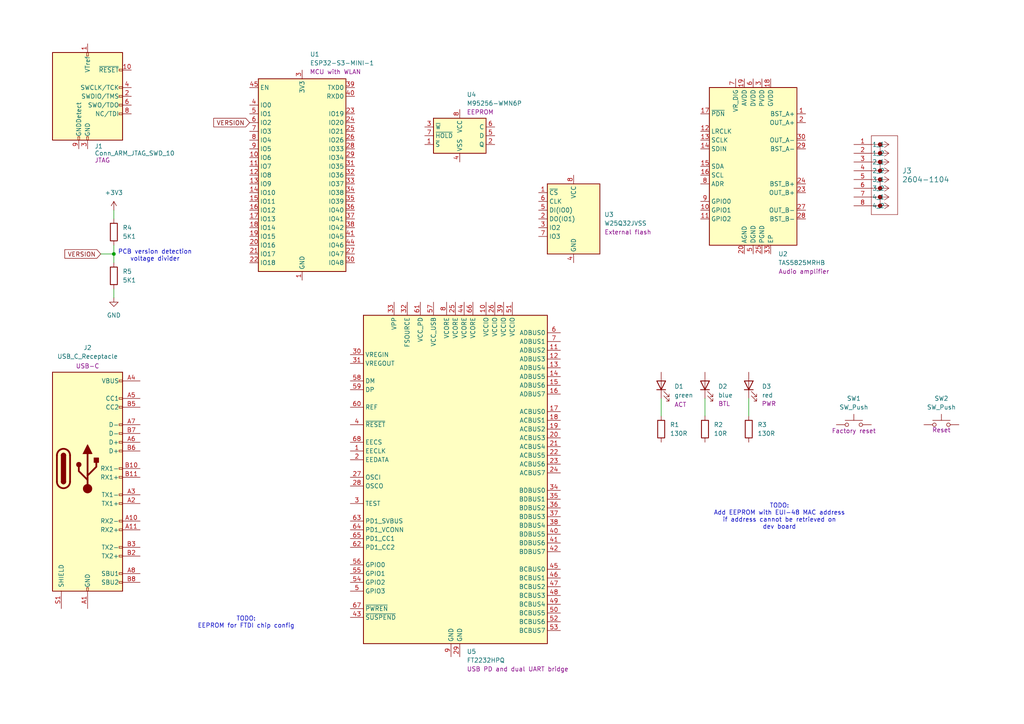
<source format=kicad_sch>
(kicad_sch (version 20231120) (generator "eeschema") (generator_version "8.0")
  (paper "A4")
  (title_block (title "soundbox"))
  (lib_symbols
    (symbol "Amplifier_Audio:TAS5825MRHB"
      (property "Reference" "U" (at -11.43 24.13 0))
      (property "Value" "TAS5825MRHB" (at 13.97 24.13 0))
      (symbol "TAS5825MRHB_0_1"
        (rectangle (start -12.7 22.86) (end 12.7 -22.86) (stroke (width 0.254)) (fill (type background)))
      )
      (symbol "TAS5825MRHB_1_1"
        (pin passive line (at 15.24 15.24 180) (length 2.54) (name "BST_A+") (number "1"))
        (pin bidirectional line (at -15.24 -12.7 0) (length 2.54) (name "GPIO1") (number "10"))
        (pin bidirectional line (at -15.24 -15.24 0) (length 2.54) (name "GPIO2") (number "11"))
        (pin input line (at -15.24 10.16 0) (length 2.54) (name "LRCLK") (number "12"))
        (pin input line (at -15.24 7.62 0) (length 2.54) (name "SCLK") (number "13"))
        (pin input line (at -15.24 5.08 0) (length 2.54) (name "SDIN") (number "14"))
        (pin bidirectional line (at -15.24 0 0) (length 2.54) (name "SDA") (number "15"))
        (pin input line (at -15.24 -2.54 0) (length 2.54) (name "SCL") (number "16"))
        (pin input line (at -15.24 15.24 0) (length 2.54) (name "~{PDN}") (number "17"))
        (pin passive line (at 5.08 25.4 270) (length 2.54) (name "GVDD") (number "18"))
        (pin passive line (at -2.54 25.4 270) (length 2.54) (name "AVDD") (number "19"))
        (pin output line (at 15.24 12.7 180) (length 2.54) (name "OUT_A+") (number "2"))
        (pin power_in line (at -2.54 -25.4 90) (length 2.54) (name "AGND") (number "20"))
        (pin passive line (at 2.54 25.4 270) (length 2.54) hide (name "PVDD") (number "21"))
        (pin passive line (at 2.54 25.4 270) (length 2.54) hide (name "PVDD") (number "22"))
        (pin output line (at 15.24 -7.62 180) (length 2.54) (name "OUT_B+") (number "23"))
        (pin passive line (at 15.24 -5.08 180) (length 2.54) (name "BST_B+") (number "24"))
        (pin power_in line (at 2.54 -25.4 90) (length 2.54) (name "PGND") (number "25"))
        (pin passive line (at 2.54 -25.4 90) (length 2.54) hide (name "PGND") (number "26"))
        (pin output line (at 15.24 -12.7 180) (length 2.54) (name "OUT_B-") (number "27"))
        (pin passive line (at 15.24 -15.24 180) (length 2.54) (name "BST_B-") (number "28"))
        (pin passive line (at 15.24 5.08 180) (length 2.54) (name "BST_A-") (number "29"))
        (pin power_in line (at 2.54 25.4 270) (length 2.54) (name "PVDD") (number "3"))
        (pin output line (at 15.24 7.62 180) (length 2.54) (name "OUT_A-") (number "30"))
        (pin passive line (at 2.54 -25.4 90) (length 2.54) hide (name "PGND") (number "31"))
        (pin passive line (at 2.54 -25.4 90) (length 2.54) hide (name "PGND") (number "32"))
        (pin passive line (at 5.08 -25.4 90) (length 2.54) (name "EP") (number "33"))
        (pin passive line (at 2.54 25.4 270) (length 2.54) hide (name "PVDD") (number "4"))
        (pin power_in line (at 0 -25.4 90) (length 2.54) (name "DGND") (number "5"))
        (pin power_in line (at 0 25.4 270) (length 2.54) (name "DVDD") (number "6"))
        (pin passive line (at -5.08 25.4 270) (length 2.54) (name "VR_DIG") (number "7"))
        (pin passive line (at -15.24 -5.08 0) (length 2.54) (name "ADR") (number "8"))
        (pin bidirectional line (at -15.24 -10.16 0) (length 2.54) (name "GPIO0") (number "9"))
      )
    )
    (symbol "Connector:Conn_ARM_JTAG_SWD_10" (pin_names (offset 1.016))
      (property "Reference" "J" (at -2.54 16.51 0))
      (property "Value" "Conn_ARM_JTAG_SWD_10" (at -2.54 13.97 0))
      (symbol "Conn_ARM_JTAG_SWD_10_0_1"
        (rectangle (start -10.16 12.7) (end 10.16 -12.7) (stroke (width 0.254)) (fill (type background)))
        (rectangle (start -2.794 -12.7) (end -2.286 -11.684))
        (rectangle (start -0.254 -12.7) (end 0.254 -11.684))
        (rectangle (start -0.254 12.7) (end 0.254 11.684))
        (rectangle (start 9.144 2.286) (end 10.16 2.794))
        (rectangle (start 10.16 -2.794) (end 9.144 -2.286))
        (rectangle (start 10.16 -0.254) (end 9.144 0.254))
        (rectangle (start 10.16 7.874) (end 9.144 7.366))
      )
      (symbol "Conn_ARM_JTAG_SWD_10_1_1"
        (rectangle (start 9.144 -5.334) (end 10.16 -4.826))
        (pin power_in line (at 0 15.24 270) (length 2.54) (name "VTref") (number "1"))
        (pin open_collector line (at 12.7 7.62 180) (length 2.54) (name "~{RESET}") (number "10"))
        (pin bidirectional line (at 12.7 0 180) (length 2.54) (name "SWDIO/TMS") (number "2"))
        (pin power_in line (at 0 -15.24 90) (length 2.54) (name "GND") (number "3"))
        (pin output line (at 12.7 2.54 180) (length 2.54) (name "SWCLK/TCK") (number "4"))
        (pin passive line (at 0 -15.24 90) (length 2.54) hide (name "GND") (number "5"))
        (pin input line (at 12.7 -2.54 180) (length 2.54) (name "SWO/TDO") (number "6"))
        (pin no_connect line (at -10.16 0 0) (length 2.54) hide (name "KEY") (number "7"))
        (pin output line (at 12.7 -5.08 180) (length 2.54) (name "NC/TDI") (number "8"))
        (pin passive line (at -2.54 -15.24 90) (length 2.54) (name "GNDDetect") (number "9"))
      )
    )
    (symbol "Connector:USB_C_Receptacle" (pin_names (offset 1.016))
      (property "Reference" "J" (at -10.16 29.21 0))
      (property "Value" "USB_C_Receptacle" (at 10.16 29.21 0))
      (symbol "USB_C_Receptacle_0_0"
        (rectangle (start -0.254 -35.56) (end 0.254 -34.544))
        (rectangle (start 10.16 -32.766) (end 9.144 -33.274))
        (rectangle (start 10.16 -30.226) (end 9.144 -30.734))
        (rectangle (start 10.16 -25.146) (end 9.144 -25.654))
        (rectangle (start 10.16 -22.606) (end 9.144 -23.114))
        (rectangle (start 10.16 -17.526) (end 9.144 -18.034))
        (rectangle (start 10.16 -14.986) (end 9.144 -15.494))
        (rectangle (start 10.16 -9.906) (end 9.144 -10.414))
        (rectangle (start 10.16 -7.366) (end 9.144 -7.874))
        (rectangle (start 10.16 -2.286) (end 9.144 -2.794))
        (rectangle (start 10.16 0.254) (end 9.144 -0.254))
        (rectangle (start 10.16 5.334) (end 9.144 4.826))
        (rectangle (start 10.16 7.874) (end 9.144 7.366))
        (rectangle (start 10.16 10.414) (end 9.144 9.906))
        (rectangle (start 10.16 12.954) (end 9.144 12.446))
        (rectangle (start 10.16 18.034) (end 9.144 17.526))
        (rectangle (start 10.16 20.574) (end 9.144 20.066))
        (rectangle (start 10.16 25.654) (end 9.144 25.146))
      )
      (symbol "USB_C_Receptacle_0_1"
        (rectangle (start -10.16 27.94) (end 10.16 -35.56) (stroke (width 0.254)) (fill (type background)))
        (arc (start -8.89 -3.81) (mid -6.985 -5.7067) (end -5.08 -3.81) (stroke (width 0.508)))
        (arc (start -7.62 -3.81) (mid -6.985 -4.4423) (end -6.35 -3.81) (stroke (width 0.254)))
        (arc (start -7.62 -3.81) (mid -6.985 -4.4423) (end -6.35 -3.81) (stroke (width 0.254)) (fill (type outline)))
        (rectangle (start -7.62 -3.81) (end -6.35 3.81) (stroke (width 0.254)) (fill (type outline)))
        (arc (start -6.35 3.81) (mid -6.985 4.4423) (end -7.62 3.81) (stroke (width 0.254)))
        (arc (start -6.35 3.81) (mid -6.985 4.4423) (end -7.62 3.81) (stroke (width 0.254)) (fill (type outline)))
        (arc (start -5.08 3.81) (mid -6.985 5.7067) (end -8.89 3.81) (stroke (width 0.508)))
        (polyline (pts (xy -8.89 -3.81) (xy -8.89 3.81)) (stroke (width 0.508)))
        (polyline (pts (xy -5.08 3.81) (xy -5.08 -3.81)) (stroke (width 0.508)))
      )
      (symbol "USB_C_Receptacle_1_1"
        (circle (center -2.54 1.143) (radius 0.635) (stroke (width 0.254)) (fill (type outline)))
        (circle (center 0 -5.842) (radius 1.27) (fill (type outline)))
        (polyline (pts (xy 0 -5.842) (xy 0 4.318)) (stroke (width 0.508)))
        (polyline (pts (xy 0 -3.302) (xy -2.54 -0.762) (xy -2.54 0.508)) (stroke (width 0.508)))
        (polyline (pts (xy 0 -2.032) (xy 2.54 0.508) (xy 2.54 1.778)) (stroke (width 0.508)))
        (polyline (pts (xy -1.27 4.318) (xy 0 6.858) (xy 1.27 4.318) (xy -1.27 4.318)) (stroke (width 0.254)) (fill (type outline)))
        (rectangle (start 1.905 1.778) (end 3.175 3.048) (stroke (width 0.254)) (fill (type outline)))
        (pin passive line (at 0 -40.64 90) (length 5.08) (name "GND") (number "A1"))
        (pin bidirectional line (at 15.24 -15.24 180) (length 5.08) (name "RX2-") (number "A10"))
        (pin bidirectional line (at 15.24 -17.78 180) (length 5.08) (name "RX2+") (number "A11"))
        (pin passive line (at 0 -40.64 90) (length 5.08) hide (name "GND") (number "A12"))
        (pin bidirectional line (at 15.24 -10.16 180) (length 5.08) (name "TX1+") (number "A2"))
        (pin bidirectional line (at 15.24 -7.62 180) (length 5.08) (name "TX1-") (number "A3"))
        (pin passive line (at 15.24 25.4 180) (length 5.08) (name "VBUS") (number "A4"))
        (pin bidirectional line (at 15.24 20.32 180) (length 5.08) (name "CC1") (number "A5"))
        (pin bidirectional line (at 15.24 7.62 180) (length 5.08) (name "D+") (number "A6"))
        (pin bidirectional line (at 15.24 12.7 180) (length 5.08) (name "D-") (number "A7"))
        (pin bidirectional line (at 15.24 -30.48 180) (length 5.08) (name "SBU1") (number "A8"))
        (pin passive line (at 15.24 25.4 180) (length 5.08) hide (name "VBUS") (number "A9"))
        (pin passive line (at 0 -40.64 90) (length 5.08) hide (name "GND") (number "B1"))
        (pin bidirectional line (at 15.24 0 180) (length 5.08) (name "RX1-") (number "B10"))
        (pin bidirectional line (at 15.24 -2.54 180) (length 5.08) (name "RX1+") (number "B11"))
        (pin passive line (at 0 -40.64 90) (length 5.08) hide (name "GND") (number "B12"))
        (pin bidirectional line (at 15.24 -25.4 180) (length 5.08) (name "TX2+") (number "B2"))
        (pin bidirectional line (at 15.24 -22.86 180) (length 5.08) (name "TX2-") (number "B3"))
        (pin passive line (at 15.24 25.4 180) (length 5.08) hide (name "VBUS") (number "B4"))
        (pin bidirectional line (at 15.24 17.78 180) (length 5.08) (name "CC2") (number "B5"))
        (pin bidirectional line (at 15.24 5.08 180) (length 5.08) (name "D+") (number "B6"))
        (pin bidirectional line (at 15.24 10.16 180) (length 5.08) (name "D-") (number "B7"))
        (pin bidirectional line (at 15.24 -33.02 180) (length 5.08) (name "SBU2") (number "B8"))
        (pin passive line (at 15.24 25.4 180) (length 5.08) hide (name "VBUS") (number "B9"))
        (pin passive line (at -7.62 -40.64 90) (length 5.08) (name "SHIELD") (number "S1"))
      )
    )
    (symbol "Device:LED" (pin_numbers hide) (pin_names (offset 1.016) hide)
      (property "Reference" "D" (at 0 2.54 0))
      (property "Value" "LED" (at 0 -2.54 0))
      (symbol "LED_0_1"
        (polyline (pts (xy -1.27 -1.27) (xy -1.27 1.27)) (stroke (width 0.254)))
        (polyline (pts (xy -1.27 0) (xy 1.27 0)))
        (polyline (pts (xy 1.27 -1.27) (xy 1.27 1.27) (xy -1.27 0) (xy 1.27 -1.27)) (stroke (width 0.254)))
        (polyline (pts (xy -3.048 -0.762) (xy -4.572 -2.286) (xy -3.81 -2.286) (xy -4.572 -2.286) (xy -4.572 -1.524)))
        (polyline (pts (xy -1.778 -0.762) (xy -3.302 -2.286) (xy -2.54 -2.286) (xy -3.302 -2.286) (xy -3.302 -1.524)))
      )
      (symbol "LED_1_1"
        (pin passive line (at -3.81 0 0) (length 2.54) (name "K") (number "1"))
        (pin passive line (at 3.81 0 180) (length 2.54) (name "A") (number "2"))
      )
    )
    (symbol "Device:R" (pin_numbers hide) (pin_names (offset 0))
      (property "Reference" "R" (at 2.032 0 90))
      (property "Value" "R" (at 0 0 90))
      (symbol "R_0_1"
        (rectangle (start -1.016 -2.54) (end 1.016 2.54) (stroke (width 0.254)))
      )
      (symbol "R_1_1"
        (pin passive line (at 0 3.81 270) (length 1.27) (name "~") (number "1"))
        (pin passive line (at 0 -3.81 90) (length 1.27) (name "~") (number "2"))
      )
    )
    (symbol "Memory_EEPROM:M95256-WMN6P"
      (property "Reference" "U" (at -7.62 6.35 0))
      (property "Value" "M95256-WMN6P" (at 2.54 -6.35 0))
      (symbol "M95256-WMN6P_1_1"
        (rectangle (start -7.62 5.08) (end 7.62 -5.08) (stroke (width 0.254)) (fill (type background)))
        (pin input line (at -10.16 -2.54 0) (length 2.54) (name "~{S}") (number "1"))
        (pin output line (at 10.16 -2.54 180) (length 2.54) (name "Q") (number "2"))
        (pin input line (at -10.16 2.54 0) (length 2.54) (name "~{W}") (number "3"))
        (pin power_in line (at 0 -7.62 90) (length 2.54) (name "VSS") (number "4"))
        (pin input line (at 10.16 0 180) (length 2.54) (name "D") (number "5"))
        (pin input line (at 10.16 2.54 180) (length 2.54) (name "C") (number "6"))
        (pin input line (at -10.16 0 0) (length 2.54) (name "~{HOLD}") (number "7"))
        (pin power_in line (at 0 7.62 270) (length 2.54) (name "VCC") (number "8"))
      )
    )
    (symbol "Memory_Flash:W25Q32JVSS"
      (property "Reference" "U" (at -6.35 11.43 0))
      (property "Value" "W25Q32JVSS" (at 7.62 11.43 0))
      (symbol "W25Q32JVSS_0_1"
        (rectangle (start -7.62 10.16) (end 7.62 -10.16) (stroke (width 0.254)) (fill (type background)))
      )
      (symbol "W25Q32JVSS_1_1"
        (pin input line (at -10.16 7.62 0) (length 2.54) (name "~{CS}") (number "1"))
        (pin bidirectional line (at -10.16 0 0) (length 2.54) (name "DO(IO1)") (number "2"))
        (pin bidirectional line (at -10.16 -2.54 0) (length 2.54) (name "IO2") (number "3"))
        (pin power_in line (at 0 -12.7 90) (length 2.54) (name "GND") (number "4"))
        (pin bidirectional line (at -10.16 2.54 0) (length 2.54) (name "DI(IO0)") (number "5"))
        (pin input line (at -10.16 5.08 0) (length 2.54) (name "CLK") (number "6"))
        (pin bidirectional line (at -10.16 -5.08 0) (length 2.54) (name "IO3") (number "7"))
        (pin power_in line (at 0 12.7 270) (length 2.54) (name "VCC") (number "8"))
      )
    )
    (symbol "RF_Module:ESP32-S3-MINI-1"
      (property "Reference" "U" (at -11.43 29.21 0))
      (property "Value" "ESP32-S3-MINI-1" (at 12.7 29.21 0))
      (symbol "ESP32-S3-MINI-1_0_1"
        (rectangle (start -12.7 27.94) (end 12.7 -27.94) (stroke (width 0.254)) (fill (type background)))
      )
      (symbol "ESP32-S3-MINI-1_1_1"
        (pin power_in line (at 0 -30.48 90) (length 2.54) (name "GND") (number "1"))
        (pin bidirectional line (at -15.24 5.08 0) (length 2.54) (name "IO6") (number "10"))
        (pin bidirectional line (at -15.24 2.54 0) (length 2.54) (name "IO7") (number "11"))
        (pin bidirectional line (at -15.24 0 0) (length 2.54) (name "IO8") (number "12"))
        (pin bidirectional line (at -15.24 -2.54 0) (length 2.54) (name "IO9") (number "13"))
        (pin bidirectional line (at -15.24 -5.08 0) (length 2.54) (name "IO10") (number "14"))
        (pin bidirectional line (at -15.24 -7.62 0) (length 2.54) (name "IO11") (number "15"))
        (pin bidirectional line (at -15.24 -10.16 0) (length 2.54) (name "IO12") (number "16"))
        (pin bidirectional line (at -15.24 -12.7 0) (length 2.54) (name "IO13") (number "17"))
        (pin bidirectional line (at -15.24 -15.24 0) (length 2.54) (name "IO14") (number "18"))
        (pin bidirectional line (at -15.24 -17.78 0) (length 2.54) (name "IO15") (number "19"))
        (pin passive line (at 0 -30.48 90) (length 2.54) hide (name "GND") (number "2"))
        (pin bidirectional line (at -15.24 -20.32 0) (length 2.54) (name "IO16") (number "20"))
        (pin bidirectional line (at -15.24 -22.86 0) (length 2.54) (name "IO17") (number "21"))
        (pin bidirectional line (at -15.24 -25.4 0) (length 2.54) (name "IO18") (number "22"))
        (pin bidirectional line (at 15.24 17.78 180) (length 2.54) (name "IO19") (number "23"))
        (pin bidirectional line (at 15.24 15.24 180) (length 2.54) (name "IO20") (number "24"))
        (pin bidirectional line (at 15.24 12.7 180) (length 2.54) (name "IO21") (number "25"))
        (pin bidirectional line (at 15.24 10.16 180) (length 2.54) (name "IO26") (number "26"))
        (pin bidirectional line (at 15.24 -22.86 180) (length 2.54) (name "IO47") (number "27"))
        (pin bidirectional line (at 15.24 7.62 180) (length 2.54) (name "IO33") (number "28"))
        (pin bidirectional line (at 15.24 5.08 180) (length 2.54) (name "IO34") (number "29"))
        (pin power_in line (at 0 30.48 270) (length 2.54) (name "3V3") (number "3"))
        (pin bidirectional line (at 15.24 -25.4 180) (length 2.54) (name "IO48") (number "30"))
        (pin bidirectional line (at 15.24 2.54 180) (length 2.54) (name "IO35") (number "31"))
        (pin bidirectional line (at 15.24 0 180) (length 2.54) (name "IO36") (number "32"))
        (pin bidirectional line (at 15.24 -2.54 180) (length 2.54) (name "IO37") (number "33"))
        (pin bidirectional line (at 15.24 -5.08 180) (length 2.54) (name "IO38") (number "34"))
        (pin bidirectional line (at 15.24 -7.62 180) (length 2.54) (name "IO39") (number "35"))
        (pin bidirectional line (at 15.24 -10.16 180) (length 2.54) (name "IO40") (number "36"))
        (pin bidirectional line (at 15.24 -12.7 180) (length 2.54) (name "IO41") (number "37"))
        (pin bidirectional line (at 15.24 -15.24 180) (length 2.54) (name "IO42") (number "38"))
        (pin bidirectional line (at 15.24 25.4 180) (length 2.54) (name "TXD0") (number "39"))
        (pin bidirectional line (at -15.24 20.32 0) (length 2.54) (name "IO0") (number "4"))
        (pin bidirectional line (at 15.24 22.86 180) (length 2.54) (name "RXD0") (number "40"))
        (pin bidirectional line (at 15.24 -17.78 180) (length 2.54) (name "IO45") (number "41"))
        (pin passive line (at 0 -30.48 90) (length 2.54) hide (name "GND") (number "42"))
        (pin passive line (at 0 -30.48 90) (length 2.54) hide (name "GND") (number "43"))
        (pin bidirectional line (at 15.24 -20.32 180) (length 2.54) (name "IO46") (number "44"))
        (pin input line (at -15.24 25.4 0) (length 2.54) (name "EN") (number "45"))
        (pin passive line (at 0 -30.48 90) (length 2.54) hide (name "GND") (number "46"))
        (pin passive line (at 0 -30.48 90) (length 2.54) hide (name "GND") (number "47"))
        (pin passive line (at 0 -30.48 90) (length 2.54) hide (name "GND") (number "48"))
        (pin passive line (at 0 -30.48 90) (length 2.54) hide (name "GND") (number "49"))
        (pin bidirectional line (at -15.24 17.78 0) (length 2.54) (name "IO1") (number "5"))
        (pin passive line (at 0 -30.48 90) (length 2.54) hide (name "GND") (number "50"))
        (pin passive line (at 0 -30.48 90) (length 2.54) hide (name "GND") (number "51"))
        (pin passive line (at 0 -30.48 90) (length 2.54) hide (name "GND") (number "52"))
        (pin passive line (at 0 -30.48 90) (length 2.54) hide (name "GND") (number "53"))
        (pin passive line (at 0 -30.48 90) (length 2.54) hide (name "GND") (number "54"))
        (pin passive line (at 0 -30.48 90) (length 2.54) hide (name "GND") (number "55"))
        (pin passive line (at 0 -30.48 90) (length 2.54) hide (name "GND") (number "56"))
        (pin passive line (at 0 -30.48 90) (length 2.54) hide (name "GND") (number "57"))
        (pin passive line (at 0 -30.48 90) (length 2.54) hide (name "GND") (number "58"))
        (pin passive line (at 0 -30.48 90) (length 2.54) hide (name "GND") (number "59"))
        (pin bidirectional line (at -15.24 15.24 0) (length 2.54) (name "IO2") (number "6"))
        (pin passive line (at 0 -30.48 90) (length 2.54) hide (name "GND") (number "60"))
        (pin passive line (at 0 -30.48 90) (length 2.54) hide (name "GND") (number "61"))
        (pin passive line (at 0 -30.48 90) (length 2.54) hide (name "GND") (number "62"))
        (pin passive line (at 0 -30.48 90) (length 2.54) hide (name "GND") (number "63"))
        (pin passive line (at 0 -30.48 90) (length 2.54) hide (name "GND") (number "64"))
        (pin passive line (at 0 -30.48 90) (length 2.54) hide (name "GND") (number "65"))
        (pin bidirectional line (at -15.24 12.7 0) (length 2.54) (name "IO3") (number "7"))
        (pin bidirectional line (at -15.24 10.16 0) (length 2.54) (name "IO4") (number "8"))
        (pin bidirectional line (at -15.24 7.62 0) (length 2.54) (name "IO5") (number "9"))
      )
    )
    (symbol "Switch:SW_Push" (pin_numbers hide) (pin_names (offset 1.016) hide)
      (property "Reference" "SW" (at 1.27 2.54 0))
      (property "Value" "SW_Push" (at 0 -1.524 0))
      (symbol "SW_Push_0_1"
        (circle (center -2.032 0) (radius 0.508))
        (polyline (pts (xy 0 1.27) (xy 0 3.048)))
        (polyline (pts (xy 2.54 1.27) (xy -2.54 1.27)))
        (circle (center 2.032 0) (radius 0.508))
        (pin passive line (at -5.08 0 0) (length 2.54) (name "1") (number "1"))
        (pin passive line (at 5.08 0 180) (length 2.54) (name "2") (number "2"))
      )
    )
    (symbol "Ultra_Librarian:2604-1104" (pin_names (offset 0.254))
      (property "Reference" "J" (at 8.89 6.35 0))
      (property "Value" "2604-1104" (at 0 0 0))
      (symbol "2604-1104_1_1"
        (polyline (pts (xy 5.08 -20.32) (xy 12.7 -20.32)) (stroke (width 0.127)))
        (polyline (pts (xy 5.08 2.54) (xy 5.08 -20.32)) (stroke (width 0.127)))
        (polyline (pts (xy 7.62 -15.24) (xy 7.62 -17.78)) (stroke (width 0.127)))
        (polyline (pts (xy 7.62 -10.16) (xy 7.62 -12.7)) (stroke (width 0.127)))
        (polyline (pts (xy 7.62 -5.08) (xy 7.62 -7.62)) (stroke (width 0.127)))
        (polyline (pts (xy 7.62 0) (xy 7.62 -2.54)) (stroke (width 0.127)))
        (polyline (pts (xy 10.16 -17.78) (xy 5.08 -17.78)) (stroke (width 0.127)))
        (polyline (pts (xy 10.16 -17.78) (xy 8.89 -18.6267)) (stroke (width 0.127)))
        (polyline (pts (xy 10.16 -17.78) (xy 8.89 -16.9333)) (stroke (width 0.127)))
        (polyline (pts (xy 10.16 -15.24) (xy 5.08 -15.24)) (stroke (width 0.127)))
        (polyline (pts (xy 10.16 -15.24) (xy 8.89 -16.0867)) (stroke (width 0.127)))
        (polyline (pts (xy 10.16 -15.24) (xy 8.89 -14.3933)) (stroke (width 0.127)))
        (polyline (pts (xy 10.16 -12.7) (xy 5.08 -12.7)) (stroke (width 0.127)))
        (polyline (pts (xy 10.16 -12.7) (xy 8.89 -13.5467)) (stroke (width 0.127)))
        (polyline (pts (xy 10.16 -12.7) (xy 8.89 -11.8533)) (stroke (width 0.127)))
        (polyline (pts (xy 10.16 -10.16) (xy 5.08 -10.16)) (stroke (width 0.127)))
        (polyline (pts (xy 10.16 -10.16) (xy 8.89 -11.0067)) (stroke (width 0.127)))
        (polyline (pts (xy 10.16 -10.16) (xy 8.89 -9.3133)) (stroke (width 0.127)))
        (polyline (pts (xy 10.16 -7.62) (xy 5.08 -7.62)) (stroke (width 0.127)))
        (polyline (pts (xy 10.16 -7.62) (xy 8.89 -8.4667)) (stroke (width 0.127)))
        (polyline (pts (xy 10.16 -7.62) (xy 8.89 -6.7733)) (stroke (width 0.127)))
        (polyline (pts (xy 10.16 -5.08) (xy 5.08 -5.08)) (stroke (width 0.127)))
        (polyline (pts (xy 10.16 -5.08) (xy 8.89 -5.9267)) (stroke (width 0.127)))
        (polyline (pts (xy 10.16 -5.08) (xy 8.89 -4.2333)) (stroke (width 0.127)))
        (polyline (pts (xy 10.16 -2.54) (xy 5.08 -2.54)) (stroke (width 0.127)))
        (polyline (pts (xy 10.16 -2.54) (xy 8.89 -3.3867)) (stroke (width 0.127)))
        (polyline (pts (xy 10.16 -2.54) (xy 8.89 -1.6933)) (stroke (width 0.127)))
        (polyline (pts (xy 10.16 0) (xy 5.08 0)) (stroke (width 0.127)))
        (polyline (pts (xy 10.16 0) (xy 8.89 -0.8467)) (stroke (width 0.127)))
        (polyline (pts (xy 10.16 0) (xy 8.89 0.8467)) (stroke (width 0.127)))
        (polyline (pts (xy 12.7 -20.32) (xy 12.7 2.54)) (stroke (width 0.127)))
        (polyline (pts (xy 12.7 2.54) (xy 5.08 2.54)) (stroke (width 0.127)))
        (circle (center 7.62 -17.78) (radius 0.127) (stroke (width 0.508)))
        (circle (center 7.62 -15.24) (radius 0.127) (stroke (width 0.508)))
        (circle (center 7.62 -12.7) (radius 0.127) (stroke (width 0.508)))
        (circle (center 7.62 -10.16) (radius 0.127) (stroke (width 0.508)))
        (circle (center 7.62 -7.62) (radius 0.127) (stroke (width 0.508)))
        (circle (center 7.62 -5.08) (radius 0.127) (stroke (width 0.508)))
        (circle (center 7.62 -2.54) (radius 0.127) (stroke (width 0.508)))
        (circle (center 7.62 0) (radius 0.127) (stroke (width 0.508)))
        (pin unspecified line (at 0 0 0) (length 5.08) (name "1_1") (number "1"))
        (pin unspecified line (at 0 -2.54 0) (length 5.08) (name "1_2") (number "2"))
        (pin unspecified line (at 0 -5.08 0) (length 5.08) (name "2_1") (number "3"))
        (pin unspecified line (at 0 -7.62 0) (length 5.08) (name "2_2") (number "4"))
        (pin unspecified line (at 0 -10.16 0) (length 5.08) (name "3_1") (number "5"))
        (pin unspecified line (at 0 -12.7 0) (length 5.08) (name "3_2") (number "6"))
        (pin unspecified line (at 0 -15.24 0) (length 5.08) (name "4_1") (number "7"))
        (pin unspecified line (at 0 -17.78 0) (length 5.08) (name "4_2") (number "8"))
      )
      (symbol "2604-1104_1_2"
        (polyline (pts (xy 5.08 -20.32) (xy 12.7 -20.32)) (stroke (width 0.127)))
        (polyline (pts (xy 5.08 2.54) (xy 5.08 -20.32)) (stroke (width 0.127)))
        (polyline (pts (xy 7.62 -15.24) (xy 7.62 -17.78)) (stroke (width 0.127)))
        (polyline (pts (xy 7.62 -10.16) (xy 7.62 -12.7)) (stroke (width 0.127)))
        (polyline (pts (xy 7.62 -5.08) (xy 7.62 -7.62)) (stroke (width 0.127)))
        (polyline (pts (xy 7.62 0) (xy 7.62 -2.54)) (stroke (width 0.127)))
        (polyline (pts (xy 10.16 -17.78) (xy 5.08 -17.78)) (stroke (width 0.127)))
        (polyline (pts (xy 10.16 -17.78) (xy 8.89 -18.6267)) (stroke (width 0.127)))
        (polyline (pts (xy 10.16 -17.78) (xy 8.89 -16.9333)) (stroke (width 0.127)))
        (polyline (pts (xy 10.16 -15.24) (xy 5.08 -15.24)) (stroke (width 0.127)))
        (polyline (pts (xy 10.16 -15.24) (xy 8.89 -16.0867)) (stroke (width 0.127)))
        (polyline (pts (xy 10.16 -15.24) (xy 8.89 -14.3933)) (stroke (width 0.127)))
        (polyline (pts (xy 10.16 -12.7) (xy 5.08 -12.7)) (stroke (width 0.127)))
        (polyline (pts (xy 10.16 -12.7) (xy 8.89 -13.5467)) (stroke (width 0.127)))
        (polyline (pts (xy 10.16 -12.7) (xy 8.89 -11.8533)) (stroke (width 0.127)))
        (polyline (pts (xy 10.16 -10.16) (xy 5.08 -10.16)) (stroke (width 0.127)))
        (polyline (pts (xy 10.16 -10.16) (xy 8.89 -11.0067)) (stroke (width 0.127)))
        (polyline (pts (xy 10.16 -10.16) (xy 8.89 -9.3133)) (stroke (width 0.127)))
        (polyline (pts (xy 10.16 -7.62) (xy 5.08 -7.62)) (stroke (width 0.127)))
        (polyline (pts (xy 10.16 -7.62) (xy 8.89 -8.4667)) (stroke (width 0.127)))
        (polyline (pts (xy 10.16 -7.62) (xy 8.89 -6.7733)) (stroke (width 0.127)))
        (polyline (pts (xy 10.16 -5.08) (xy 5.08 -5.08)) (stroke (width 0.127)))
        (polyline (pts (xy 10.16 -5.08) (xy 8.89 -5.9267)) (stroke (width 0.127)))
        (polyline (pts (xy 10.16 -5.08) (xy 8.89 -4.2333)) (stroke (width 0.127)))
        (polyline (pts (xy 10.16 -2.54) (xy 5.08 -2.54)) (stroke (width 0.127)))
        (polyline (pts (xy 10.16 -2.54) (xy 8.89 -3.3867)) (stroke (width 0.127)))
        (polyline (pts (xy 10.16 -2.54) (xy 8.89 -1.6933)) (stroke (width 0.127)))
        (polyline (pts (xy 10.16 0) (xy 5.08 0)) (stroke (width 0.127)))
        (polyline (pts (xy 10.16 0) (xy 8.89 -0.8467)) (stroke (width 0.127)))
        (polyline (pts (xy 10.16 0) (xy 8.89 0.8467)) (stroke (width 0.127)))
        (polyline (pts (xy 12.7 -20.32) (xy 12.7 2.54)) (stroke (width 0.127)))
        (polyline (pts (xy 12.7 2.54) (xy 5.08 2.54)) (stroke (width 0.127)))
        (circle (center 7.62 -17.78) (radius 0.127) (stroke (width 0.508)))
        (circle (center 7.62 -15.24) (radius 0.127) (stroke (width 0.508)))
        (circle (center 7.62 -12.7) (radius 0.127) (stroke (width 0.508)))
        (circle (center 7.62 -10.16) (radius 0.127) (stroke (width 0.508)))
        (circle (center 7.62 -7.62) (radius 0.127) (stroke (width 0.508)))
        (circle (center 7.62 -5.08) (radius 0.127) (stroke (width 0.508)))
        (circle (center 7.62 -2.54) (radius 0.127) (stroke (width 0.508)))
        (circle (center 7.62 0) (radius 0.127) (stroke (width 0.508)))
        (pin unspecified line (at 0 0 0) (length 5.08) (name "1_1") (number "1"))
        (pin unspecified line (at 0 -2.54 0) (length 5.08) (name "1_2") (number "2"))
        (pin unspecified line (at 0 -5.08 0) (length 5.08) (name "2_1") (number "3"))
        (pin unspecified line (at 0 -7.62 0) (length 5.08) (name "2_2") (number "4"))
        (pin unspecified line (at 0 -10.16 0) (length 5.08) (name "3_1") (number "5"))
        (pin unspecified line (at 0 -12.7 0) (length 5.08) (name "3_2") (number "6"))
        (pin unspecified line (at 0 -15.24 0) (length 5.08) (name "4_1") (number "7"))
        (pin unspecified line (at 0 -17.78 0) (length 5.08) (name "4_2") (number "8"))
      )
    )
    (symbol "power:+3V3" (power) (pin_numbers hide) (pin_names (offset 0) hide)
      (property "Value" "+3V3" (at 0 3.556 0))
      (symbol "+3V3_0_1"
        (polyline (pts (xy -0.762 1.27) (xy 0 2.54)))
        (polyline (pts (xy 0 0) (xy 0 2.54)))
        (polyline (pts (xy 0 2.54) (xy 0.762 1.27)))
      )
      (symbol "+3V3_1_1"
        (pin power_in line (at 0 0 90) (length 0) (name "~") (number "1"))
      )
    )
    (symbol "power:GND" (power) (pin_numbers hide) (pin_names (offset 0) hide)
      (property "Value" "GND" (at 0 -3.81 0))
      (symbol "GND_0_1"
        (polyline (pts (xy 0 0) (xy 0 -1.27) (xy 1.27 -1.27) (xy 0 -2.54) (xy -1.27 -1.27) (xy 0 -1.27)))
      )
      (symbol "GND_1_1"
        (pin power_in line (at 0 0 270) (length 0) (name "~") (number "1"))
      )
    )
    (symbol "xengineering:FT2232HPQ"
      (property "Reference" "U" (at 20.828 52.07 0))
      (property "Value" "FT2232HPQ" (at 25.654 49.53 0))
      (symbol "FT2232HPQ_0_1"
        (rectangle (start -26.67 46.99) (end 26.67 -48.26) (stroke (width 0.254)) (fill (type background)))
      )
      (symbol "FT2232HPQ_1_1"
        (pin output line (at -30.48 7.62 0) (length 3.81) (name "EECLK") (number "1"))
        (pin input line (at 8.89 50.8 270) (length 3.81) (name "VCCIO") (number "10"))
        (pin bidirectional line (at 30.48 36.83 180) (length 3.81) (name "ADBUS2") (number "11"))
        (pin bidirectional line (at 30.48 34.29 180) (length 3.81) (name "ADBUS3") (number "12"))
        (pin bidirectional line (at 30.48 31.75 180) (length 3.81) (name "ADBUS4") (number "13"))
        (pin bidirectional line (at 30.48 29.21 180) (length 3.81) (name "ADBUS5") (number "14"))
        (pin bidirectional line (at 30.48 26.67 180) (length 3.81) (name "ADBUS6") (number "15"))
        (pin bidirectional line (at 30.48 24.13 180) (length 3.81) (name "ADBUS7") (number "16"))
        (pin bidirectional line (at 30.48 19.05 180) (length 3.81) (name "ACBUS0") (number "17"))
        (pin bidirectional line (at 30.48 16.51 180) (length 3.81) (name "ACBUS1") (number "18"))
        (pin bidirectional line (at 30.48 13.97 180) (length 3.81) (name "ACBUS2") (number "19"))
        (pin bidirectional line (at -30.48 5.08 0) (length 3.81) (name "EEDATA") (number "2"))
        (pin bidirectional line (at 30.48 11.43 180) (length 3.81) (name "ACBUS3") (number "20"))
        (pin bidirectional line (at 30.48 8.89 180) (length 3.81) (name "ACBUS4") (number "21"))
        (pin bidirectional line (at 30.48 6.35 180) (length 3.81) (name "ACBUS5") (number "22"))
        (pin bidirectional line (at 30.48 3.81 180) (length 3.81) (name "ACBUS6") (number "23"))
        (pin bidirectional line (at 30.48 1.27 180) (length 3.81) (name "ACBUS7") (number "24"))
        (pin input line (at 0 50.8 270) (length 3.81) (name "VCORE") (number "25"))
        (pin input line (at 11.43 50.8 270) (length 3.81) (name "VCCIO") (number "26"))
        (pin input line (at -30.48 0 0) (length 3.81) (name "OSCI") (number "27"))
        (pin output line (at -30.48 -2.54 0) (length 3.81) (name "OSCO") (number "28"))
        (pin input line (at 1.27 -52.07 90) (length 3.81) (name "GND") (number "29"))
        (pin input line (at -30.48 -7.62 0) (length 3.81) (name "TEST") (number "3"))
        (pin input line (at -30.48 35.56 0) (length 3.81) (name "VREGIN") (number "30"))
        (pin output line (at -30.48 33.02 0) (length 3.81) (name "VREGOUT") (number "31"))
        (pin input line (at -13.97 50.8 270) (length 3.81) (name "FSOURCE") (number "32"))
        (pin input line (at -17.78 50.8 270) (length 3.81) (name "VPP") (number "33"))
        (pin bidirectional line (at 30.48 -3.81 180) (length 3.81) (name "BDBUS0") (number "34"))
        (pin bidirectional line (at 30.48 -6.35 180) (length 3.81) (name "BDBUS1") (number "35"))
        (pin bidirectional line (at 30.48 -8.89 180) (length 3.81) (name "BDBUS2") (number "36"))
        (pin bidirectional line (at 30.48 -11.43 180) (length 3.81) (name "BDBUS3") (number "37"))
        (pin bidirectional line (at 30.48 -13.97 180) (length 3.81) (name "BDBUS4") (number "38"))
        (pin input line (at 13.97 50.8 270) (length 3.81) (name "VCCIO") (number "39"))
        (pin input line (at -30.48 15.24 0) (length 3.81) (name "~{RESET}") (number "4"))
        (pin bidirectional line (at 30.48 -16.51 180) (length 3.81) (name "BDBUS5") (number "40"))
        (pin bidirectional line (at 30.48 -19.05 180) (length 3.81) (name "BDBUS6") (number "41"))
        (pin bidirectional line (at 30.48 -21.59 180) (length 3.81) (name "BDBUS7") (number "42"))
        (pin output line (at -30.48 -40.64 0) (length 3.81) (name "~{SUSPEND}") (number "43"))
        (pin input line (at 2.54 50.8 270) (length 3.81) (name "VCORE") (number "44"))
        (pin bidirectional line (at 30.48 -26.67 180) (length 3.81) (name "BCBUS0") (number "45"))
        (pin bidirectional line (at 30.48 -29.21 180) (length 3.81) (name "BCBUS1") (number "46"))
        (pin bidirectional line (at 30.48 -31.75 180) (length 3.81) (name "BCBUS2") (number "47"))
        (pin bidirectional line (at 30.48 -34.29 180) (length 3.81) (name "BCBUS3") (number "48"))
        (pin bidirectional line (at 30.48 -36.83 180) (length 3.81) (name "BCBUS4") (number "49"))
        (pin bidirectional line (at -30.48 -33.02 0) (length 3.81) (name "GPIO3") (number "5"))
        (pin bidirectional line (at 30.48 -39.37 180) (length 3.81) (name "BCBUS5") (number "50"))
        (pin input line (at 16.51 50.8 270) (length 3.81) (name "VCCIO") (number "51"))
        (pin bidirectional line (at 30.48 -41.91 180) (length 3.81) (name "BCBUS6") (number "52"))
        (pin bidirectional line (at 30.48 -44.45 180) (length 3.81) (name "BCBUS7") (number "53"))
        (pin bidirectional line (at -30.48 -30.48 0) (length 3.81) (name "GPIO2") (number "54"))
        (pin bidirectional line (at -30.48 -27.94 0) (length 3.81) (name "GPIO1") (number "55"))
        (pin bidirectional line (at -30.48 -25.4 0) (length 3.81) (name "GPIO0") (number "56"))
        (pin input line (at -6.35 50.8 270) (length 3.81) (name "VCC_USB") (number "57"))
        (pin bidirectional line (at -30.48 27.94 0) (length 3.81) (name "DM") (number "58"))
        (pin bidirectional line (at -30.48 25.4 0) (length 3.81) (name "DP") (number "59"))
        (pin bidirectional line (at 30.48 41.91 180) (length 3.81) (name "ADBUS0") (number "6"))
        (pin input line (at -30.48 20.32 0) (length 3.81) (name "REF") (number "60"))
        (pin input line (at -10.16 50.8 270) (length 3.81) (name "VCC_PD") (number "61"))
        (pin bidirectional line (at -30.48 -20.32 0) (length 3.81) (name "PD1_CC2") (number "62"))
        (pin input line (at -30.48 -12.7 0) (length 3.81) (name "PD1_SVBUS") (number "63"))
        (pin input line (at -30.48 -15.24 0) (length 3.81) (name "PD1_VCONN") (number "64"))
        (pin bidirectional line (at -30.48 -17.78 0) (length 3.81) (name "PD1_CC1") (number "65"))
        (pin input line (at 5.08 50.8 270) (length 3.81) (name "VCORE") (number "66"))
        (pin output line (at -30.48 -38.1 0) (length 3.81) (name "~{PWREN}") (number "67"))
        (pin bidirectional line (at -30.48 10.16 0) (length 3.81) (name "EECS") (number "68"))
        (pin bidirectional line (at 30.48 39.37 180) (length 3.81) (name "ADBUS1") (number "7"))
        (pin input line (at -2.54 50.8 270) (length 3.81) (name "VCORE") (number "8"))
        (pin input line (at -1.27 -52.07 90) (length 3.81) (name "GND") (number "9"))
      )
    )
  )
  (junction (at 33.02 73.66))
  (wire (pts (xy 191.77 115.57) (xy 191.77 120.65)))
  (wire (pts (xy 29.21 73.66) (xy 33.02 73.66)))
  (wire (pts (xy 33.02 73.66) (xy 33.02 76.2)))
  (wire (pts (xy 33.02 71.12) (xy 33.02 73.66)))
  (wire (pts (xy 33.02 83.82) (xy 33.02 86.36)))
  (wire (pts (xy 33.02 60.96) (xy 33.02 63.5)))
  (wire (pts (xy 204.47 115.57) (xy 204.47 120.65)))
  (wire (pts (xy 217.17 115.57) (xy 217.17 120.65)))
  (text "TODO:\nAdd EEPROM with EUI-48 MAC address\nif address cannot be retrieved on\ndev board" (at 226.06 149.86 0) (effects (font (size 1.27 1.27))))
  (text "TODO:\nEEPROM for FTDI chip config" (at 71.374 180.594 0) (effects (font (size 1.27 1.27))))
  (text "PCB version detection\nvoltage divider" (at 44.958 74.168 0) (effects (font (size 1.27 1.27))))
  (global_label "VERSION" (shape input) (at 29.21 73.66 180) (property "Intersheetrefs" "${INTERSHEET_REFS}" (effects (hide yes))))
  (global_label "VERSION" (shape input) (at 72.39 35.56 180) (property "Intersheetrefs" "${INTERSHEET_REFS}" (effects (hide yes))))
  (symbol (lib_id "power:GND") (at 33.02 86.36 0) (unit 1)
    (property "Reference" "#PWR01" (effects (hide yes)))
    (property "Value" "GND" (at 33.02 91.44 0))
    (property "Description" "Power symbol creates a global label with name \"GND\" , ground" (effects (hide yes)))
  )
  (symbol (lib_id "RF_Module:ESP32-S3-MINI-1") (at 87.63 50.8 0) (unit 1)
    (property "Reference" "U1" (at 89.916 15.748 0) (effects (justify left)))
    (property "Value" "ESP32-S3-MINI-1" (at 89.916 18.288 0) (effects (justify left)))
    (property "Footprint" "RF_Module:ESP32-S2-MINI-1" (effects (hide yes)))
    (property "Datasheet" "https://www.espressif.com/sites/default/files/documentation/esp32-s3-mini-1_mini-1u_datasheet_en.pdf" (effects (hide yes)))
    (property "Description" "MCU with WLAN" (at 97.282 20.828 0))
    (property "MPN" "ESP32-S3-MINI-1-N8" (effects (hide yes)))
    (property "Manufacturer" "Espressif Systems" (effects (hide yes)))
  )
  (symbol (lib_id "Memory_Flash:W25Q32JVSS") (at 166.37 63.5 0) (unit 1)
    (property "Reference" "U3" (at 175.26 62.2299 0) (effects (justify left)))
    (property "Value" "W25Q32JVSS" (at 175.26 64.7699 0) (effects (justify left)))
    (property "Footprint" "Package_SO:SOIC-8_5.23x5.23mm_P1.27mm" (effects (hide yes)))
    (property "Datasheet" "http://www.winbond.com/resource-files/w25q32jv%20revg%2003272018%20plus.pdf" (effects (hide yes)))
    (property "Description" "External flash" (at 182.118 67.31 0))
    (property "MPN" "W25Q32JVSSIQ" (effects (hide yes)))
    (property "Manufacturer" "Winbond Electronics" (effects (hide yes)))
  )
  (symbol (lib_id "Connector:Conn_ARM_JTAG_SWD_10") (at 25.4 27.94 0) (unit 1)
    (property "Reference" "J1" (at 27.432 42.418 0) (effects (justify left)))
    (property "Value" "Conn_ARM_JTAG_SWD_10" (at 27.432 44.45 0) (effects (justify left)))
    (property "Datasheet" "https://mm.digikey.com/Volume0/opasdata/d220001/medias/docus/6209/ftsh-1xx-xx-xxx-dv-xxx-xxx-x-xx-mkt.pdf" (effects (hide yes)))
    (property "Description" "JTAG" (at 27.432 46.482 0) (effects (justify left)))
    (property "MPN" "FTSH-105-01-L-DV-007-K-TR" (effects (hide yes)))
    (property "Manufacturer" "samtec" (effects (hide yes)))
  )
  (symbol (lib_id "Switch:SW_Push") (at 273.05 123.19 0) (unit 1)
    (property "Reference" "SW2" (at 273.05 115.57 0))
    (property "Value" "SW_Push" (at 273.05 118.11 0))
    (property "Footprint" "Button_Switch_SMD:SW_SPST_TL3305B" (effects (hide yes)))
    (property "Datasheet" "https://www.e-switch.com/wp-content/uploads/2024/08/TL3305.pdf" (effects (hide yes)))
    (property "Description" "Reset" (at 273.05 124.714 0))
    (property "MPN" "TL3305BF260QG" (effects (hide yes)))
    (property "Manufacturer" "E-Switch" (effects (hide yes)))
  )
  (symbol (lib_id "Ultra_Librarian:2604-1104") (at 247.65 41.91 0) (unit 1)
    (property "Reference" "J3" (at 261.62 49.5299 0) (effects (font (size 1.524 1.524)) (justify left)))
    (property "Value" "2604-1104" (at 261.62 52.0699 0) (effects (font (size 1.524 1.524)) (justify left)))
    (property "Footprint" "CONN4_2604-1104_WAG" (effects (hide yes)))
    (property "Description" "Speaker" (effects (hide yes)))
    (property "Manufacturer" "WAGO" (effects (hide yes)))
    (property "MPN" "2604-1104" (effects (hide yes)))
  )
  (symbol (lib_id "power:+3V3") (at 33.02 60.96 0) (unit 1)
    (property "Reference" "#PWR02" (effects (hide yes)))
    (property "Value" "+3V3" (at 33.02 55.88 0))
    (property "Description" "Power symbol creates a global label with name \"+3V3\"" (effects (hide yes)))
  )
  (symbol (lib_id "Device:R") (at 217.17 124.46 0) (unit 1)
    (property "Reference" "R3" (at 219.71 123.1899 0) (effects (justify left)))
    (property "Value" "130R" (at 219.71 125.7299 0) (effects (justify left)))
    (property "Footprint" "Resistor_SMD:R_0603_1608Metric" (effects (hide yes)))
    (property "Datasheet" "https://industrial.panasonic.com/cdbs/www-data/pdf/RDA0000/AOA0000C304.pdf" (effects (hide yes)))
    (property "Description" "Resistor" (effects (hide yes)))
    (property "MPN" "ERJ-3EKF1300V" (effects (hide yes)))
    (property "Manufacturer" "Panasonic Electronic Components" (effects (hide yes)))
  )
  (symbol (lib_id "Connector:USB_C_Receptacle") (at 25.4 135.89 0) (unit 1)
    (property "Reference" "J2" (at 25.4 100.838 0))
    (property "Value" "USB_C_Receptacle" (at 25.4 103.378 0))
    (property "Datasheet" "https://cdn.amphenol-cs.com/media/wysiwyg/files/documentation/datasheet/inputoutput/io_usb_3_2_type_c.pdf" (effects (hide yes)))
    (property "Description" "USB-C" (at 25.4 106.172 0))
    (property "MPN" "12401610E4#2A" (effects (hide yes)))
    (property "Manufacturer" "Amphenol ICC" (effects (hide yes)))
  )
  (symbol (lib_id "Switch:SW_Push") (at 247.65 123.19 0) (unit 1)
    (property "Reference" "SW1" (at 247.65 115.57 0))
    (property "Value" "SW_Push" (at 247.65 118.11 0))
    (property "Footprint" "Button_Switch_SMD:SW_SPST_TL3305B" (effects (hide yes)))
    (property "Datasheet" "https://www.e-switch.com/wp-content/uploads/2024/08/TL3305.pdf" (effects (hide yes)))
    (property "Description" "Factory reset" (at 247.65 124.968 0))
    (property "MPN" "TL3305BF260QG" (effects (hide yes)))
    (property "Manufacturer" "E-Switch" (effects (hide yes)))
  )
  (symbol (lib_id "Device:R") (at 204.47 124.46 0) (unit 1)
    (property "Reference" "R2" (at 207.01 123.1899 0) (effects (justify left)))
    (property "Value" "10R" (at 207.01 125.7299 0) (effects (justify left)))
    (property "Footprint" "Resistor_SMD:R_0603_1608Metric" (effects (hide yes)))
    (property "Datasheet" "https://industrial.panasonic.com/cdbs/www-data/pdf/RDO0000/AOA0000C331.pdf" (effects (hide yes)))
    (property "Description" "Resistor" (effects (hide yes)))
    (property "MPN" "ERJ-PA3F10R0V" (effects (hide yes)))
    (property "Manufacturer" "Panasonic Electronic Components" (effects (hide yes)))
  )
  (symbol (lib_id "Amplifier_Audio:TAS5825MRHB") (at 218.44 48.26 0) (unit 1)
    (property "Reference" "U2" (at 225.7141 73.66 0) (effects (justify left)))
    (property "Value" "TAS5825MRHB" (at 225.7141 76.2 0) (effects (justify left)))
    (property "Footprint" "Package_DFN_QFN:VQFN-32-1EP_5x5mm_P0.5mm_EP3.1x3.1mm" (effects (hide yes)))
    (property "Datasheet" "www.ti.com/lit/ds/symlink/tas5825m.pdf" (effects (hide yes)))
    (property "Description" "Audio amplifier" (at 233.172 78.74 0))
    (property "MPN" "TAS5825MRHBR" (effects (hide yes)))
    (property "Manufacturer" "Texas Instruments" (effects (hide yes)))
  )
  (symbol (lib_id "xengineering:FT2232HPQ") (at 132.08 138.43 0) (unit 1)
    (property "Reference" "U5" (at 135.382 188.976 0) (effects (justify left)))
    (property "Value" "FT2232HPQ" (at 135.382 191.516 0) (effects (justify left)))
    (property "Datasheet" "https://ftdichip.com/wp-content/uploads/2024/09/DS_FT2233HP.pdf" (effects (hide yes)))
    (property "Description" "USB PD and dual UART bridge" (at 135.382 194.056 0) (effects (justify left)))
    (property "Manufacturer" "FTDI Limited" (effects (hide yes)))
    (property "MPN" "FT2232HPQ-TRAY" (effects (hide yes)))
  )
  (symbol (lib_id "Device:R") (at 33.02 80.01 0) (unit 1)
    (property "Reference" "R5" (at 35.56 78.7399 0) (effects (justify left)))
    (property "Value" "5K1" (at 35.56 81.2799 0) (effects (justify left)))
    (property "Footprint" "Resistor_SMD:R_0603_1608Metric" (effects (hide yes)))
    (property "Datasheet" "https://industrial.panasonic.com/cdbs/www-data/pdf/RDA0000/AOA0000C304.pdf" (effects (hide yes)))
    (property "Description" "Resistor" (effects (hide yes)))
    (property "MPN" "ERJ-3EKF5101V" (effects (hide yes)))
    (property "Manufacturer" "Panasonic Electronic Components" (effects (hide yes)))
  )
  (symbol (lib_id "Device:LED") (at 191.77 111.76 90) (unit 1)
    (property "Reference" "D1" (at 195.58 112.0774 90) (effects (justify right)))
    (property "Value" "green" (at 195.58 114.6174 90) (effects (justify right)))
    (property "Footprint" "LED_SMD:LED_1206_3216Metric" (effects (hide yes)))
    (property "Datasheet" "https://s3-us-west-2.amazonaws.com/catsy.557/Dialight_CBI_data_598-1206_Apr2018.pdf" (effects (hide yes)))
    (property "Description" "ACT" (at 197.358 117.348 90))
    (property "MPN" "598-8270-107F" (effects (hide yes)))
    (property "Manufacturer" "Dialight" (effects (hide yes)))
  )
  (symbol (lib_id "Device:R") (at 33.02 67.31 0) (unit 1)
    (property "Reference" "R4" (at 35.56 66.0399 0) (effects (justify left)))
    (property "Value" "5K1" (at 35.56 68.5799 0) (effects (justify left)))
    (property "Footprint" "Resistor_SMD:R_0603_1608Metric" (effects (hide yes)))
    (property "Datasheet" "https://industrial.panasonic.com/cdbs/www-data/pdf/RDA0000/AOA0000C304.pdf" (effects (hide yes)))
    (property "Description" "Resistor" (effects (hide yes)))
    (property "MPN" "ERJ-3EKF5101V" (effects (hide yes)))
    (property "Manufacturer" "Panasonic Electronic Components" (effects (hide yes)))
  )
  (symbol (lib_id "Device:R") (at 191.77 124.46 0) (unit 1)
    (property "Reference" "R1" (at 194.31 123.1899 0) (effects (justify left)))
    (property "Value" "130R" (at 194.31 125.7299 0) (effects (justify left)))
    (property "Footprint" "Resistor_SMD:R_0603_1608Metric" (effects (hide yes)))
    (property "Datasheet" "https://industrial.panasonic.com/cdbs/www-data/pdf/RDA0000/AOA0000C304.pdf" (effects (hide yes)))
    (property "Description" "Resistor" (effects (hide yes)))
    (property "MPN" "ERJ-3EKF1300V" (effects (hide yes)))
    (property "Manufacturer" "Panasonic Electronic Components" (effects (hide yes)))
  )
  (symbol (lib_id "Memory_EEPROM:M95256-WMN6P") (at 133.35 39.37 0) (unit 1)
    (property "Reference" "U4" (at 135.382 27.432 0) (effects (justify left)))
    (property "Value" "M95256-WMN6P" (at 135.382 29.972 0) (effects (justify left)))
    (property "Footprint" "Package_SO:SOIC-8_3.9x4.9mm_P1.27mm" (effects (hide yes)))
    (property "Datasheet" "http://www.st.com/content/ccc/resource/technical/document/datasheet/9d/75/f0/3e/76/00/4c/0b/CD00103810.pdf/files/CD00103810.pdf/jcr:content/translations/en.CD00103810.pdf" (effects (hide yes)))
    (property "Description" "EEPROM" (at 139.2839 32.512 0))
    (property "MPN" "M95256-WMN6P" (effects (hide yes)))
    (property "Manufacturer" "STMicroelectronics" (effects (hide yes)))
  )
  (symbol (lib_id "Device:LED") (at 217.17 111.76 90) (unit 1)
    (property "Reference" "D3" (at 220.98 112.0774 90) (effects (justify right)))
    (property "Value" "red" (at 220.98 114.6174 90) (effects (justify right)))
    (property "Footprint" "LED_SMD:LED_1206_3216Metric" (effects (hide yes)))
    (property "Datasheet" "https://s3-us-west-2.amazonaws.com/catsy.557/Dialight_CBI_data_598-1206_Apr2018.pdf" (effects (hide yes)))
    (property "Description" "PWR" (at 223.012 117.094 90))
    (property "MPN" "598-8210-107F" (effects (hide yes)))
    (property "Manufacturer" "Dialight" (effects (hide yes)))
  )
  (symbol (lib_id "Device:LED") (at 204.47 111.76 90) (unit 1)
    (property "Reference" "D2" (at 208.28 112.0774 90) (effects (justify right)))
    (property "Value" "blue" (at 208.28 114.6174 90) (effects (justify right)))
    (property "Footprint" "LED_SMD:LED_1206_3216Metric" (effects (hide yes)))
    (property "Datasheet" "https://s3-us-west-2.amazonaws.com/catsy.557/Dialight_CBI_data_598-1206_Apr2018.pdf" (effects (hide yes)))
    (property "Description" "BTL" (at 210.058 117.094 90))
    (property "MPN" "598-8291-107F" (effects (hide yes)))
    (property "Manufacturer" "Dialight" (effects (hide yes)))
  )
)
</source>
